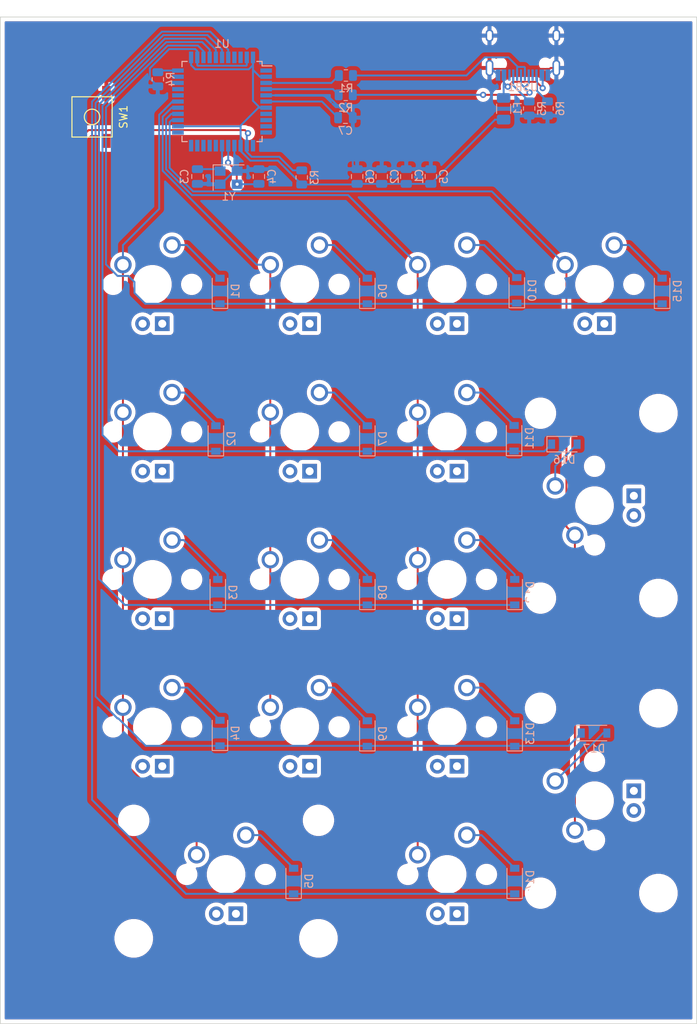
<source format=kicad_pcb>
(kicad_pcb (version 20171130) (host pcbnew "(5.1.9)-1")
  (layers (0 F.Cu signal) (31 B.Cu signal) (34 B.Paste user) (35 F.Paste user) (36 B.SilkS user) (37 F.SilkS user) (38 B.Mask user) (39 F.Mask user) (44 Edge.Cuts user))
  (net 0 "")
  (net 1 GND)
  (net 2 +5V)
  (net 3 "Net-(C3-Pad1)")
  (net 4 "Net-(C4-Pad1)")
  (net 5 "Net-(C7-Pad1)")
  (net 6 "Net-(D1-Pad2)")
  (net 7 ROW0)
  (net 8 "Net-(D2-Pad2)")
  (net 9 ROW1)
  (net 10 "Net-(D3-Pad2)")
  (net 11 ROW2)
  (net 12 "Net-(D4-Pad2)")
  (net 13 ROW3)
  (net 14 "Net-(D5-Pad2)")
  (net 15 ROW4)
  (net 16 "Net-(D6-Pad2)")
  (net 17 "Net-(D7-Pad2)")
  (net 18 "Net-(D8-Pad2)")
  (net 19 "Net-(D9-Pad2)")
  (net 20 "Net-(D10-Pad2)")
  (net 21 "Net-(D11-Pad2)")
  (net 22 "Net-(D12-Pad2)")
  (net 23 "Net-(D13-Pad2)")
  (net 24 "Net-(D14-Pad2)")
  (net 25 "Net-(D15-Pad2)")
  (net 26 "Net-(D16-Pad2)")
  (net 27 "Net-(D17-Pad2)")
  (net 28 VCC)
  (net 29 COL0)
  (net 30 COL1)
  (net 31 COL2)
  (net 32 COL3)
  (net 33 D-)
  (net 34 "Net-(R1-Pad1)")
  (net 35 D+)
  (net 36 "Net-(R2-Pad1)")
  (net 37 "Net-(R3-Pad2)")
  (net 38 "Net-(R4-Pad2)")
  (net 39 "Net-(R5-Pad2)")
  (net 40 "Net-(R6-Pad2)")
  (net 41 "Net-(U1-Pad42)")
  (net 42 "Net-(U1-Pad41)")
  (net 43 "Net-(U1-Pad32)")
  (net 44 "Net-(U1-Pad31)")
  (net 45 "Net-(U1-Pad30)")
  (net 46 "Net-(U1-Pad29)")
  (net 47 "Net-(U1-Pad22)")
  (net 48 "Net-(U1-Pad21)")
  (net 49 "Net-(U1-Pad20)")
  (net 50 "Net-(U1-Pad19)")
  (net 51 "Net-(U1-Pad18)")
  (net 52 "Net-(U1-Pad12)")
  (net 53 "Net-(U1-Pad11)")
  (net 54 "Net-(U1-Pad10)")
  (net 55 "Net-(U1-Pad9)")
  (net 56 "Net-(U1-Pad8)")
  (net 57 "Net-(U1-Pad1)")
  (net 58 "Net-(USB1-Pad3)")
  (net 59 "Net-(USB1-Pad9)")
  (module Crystal:Crystal_SMD_3225-4Pin_3.2x2.5mm (layer B.Cu) (at 319.5 0.74375)
    (fp_text reference Y1 (at 0 2.45) (layer B.SilkS) (effects (justify mirror)))
    (fp_text value 16MHz)
    (pad 4 smd rect (at -1.1 0.85) (size 1.4 1.2) (layers B.Cu B.Paste B.Mask) (net 1 GND))
    (pad 3 smd rect (at 1.1 0.85) (size 1.4 1.2) (layers B.Cu B.Paste B.Mask) (net 4 "Net-(C4-Pad1)"))
    (pad 2 smd rect (at 1.1 -0.85) (size 1.4 1.2) (layers B.Cu B.Paste B.Mask) (net 1 GND))
    (pad 1 smd rect (at -1.1 -0.85) (size 1.4 1.2) (layers B.Cu B.Paste B.Mask) (net 3 "Net-(C3-Pad1)"))
  )
  (module Resistor_SMD:R_0805_2012Metric (layer B.Cu) (at 360.71875 -8.1875 90)
    (fp_text reference R6 (at 0 1.65 270) (layer B.SilkS) (effects (justify mirror)))
    (fp_text value 5k1)
    (pad 2 smd roundrect (at 0.9125 0 90) (size 1.025 1.4) (layers B.Cu B.Paste B.Mask) (roundrect_rratio 0.243902) (net 40 "Net-(R6-Pad2)"))
    (pad 1 smd roundrect (at -0.9125 0 90) (size 1.025 1.4) (layers B.Cu B.Paste B.Mask) (roundrect_rratio 0.243902) (net 1 GND))
  )
  (module Resistor_SMD:R_0805_2012Metric (layer B.Cu) (at 358.35 -8.1875 90)
    (fp_text reference R5 (at 0 1.65 270) (layer B.SilkS) (effects (justify mirror)))
    (fp_text value 5k1)
    (pad 2 smd roundrect (at 0.9125 0 90) (size 1.025 1.4) (layers B.Cu B.Paste B.Mask) (roundrect_rratio 0.243902) (net 39 "Net-(R5-Pad2)"))
    (pad 1 smd roundrect (at -0.9125 0 90) (size 1.025 1.4) (layers B.Cu B.Paste B.Mask) (roundrect_rratio 0.243902) (net 1 GND))
  )
  (module Resistor_SMD:R_0805_2012Metric (layer B.Cu) (at 310.35 -11.9625 90)
    (fp_text reference R4 (at 0 1.65 270) (layer B.SilkS) (effects (justify mirror)))
    (fp_text value 10k)
    (pad 2 smd roundrect (at 0.9125 0 90) (size 1.025 1.4) (layers B.Cu B.Paste B.Mask) (roundrect_rratio 0.243902) (net 38 "Net-(R4-Pad2)"))
    (pad 1 smd roundrect (at -0.9125 0 90) (size 1.025 1.4) (layers B.Cu B.Paste B.Mask) (roundrect_rratio 0.243902) (net 1 GND))
  )
  (module Resistor_SMD:R_0805_2012Metric (layer B.Cu) (at 328.95 0.7125 90)
    (fp_text reference R3 (at 0 1.65 270) (layer B.SilkS) (effects (justify mirror)))
    (fp_text value 10k)
    (pad 2 smd roundrect (at 0.9125 0 90) (size 1.025 1.4) (layers B.Cu B.Paste B.Mask) (roundrect_rratio 0.243902) (net 37 "Net-(R3-Pad2)"))
    (pad 1 smd roundrect (at -0.9125 0 90) (size 1.025 1.4) (layers B.Cu B.Paste B.Mask) (roundrect_rratio 0.243902) (net 2 +5V))
  )
  (module Resistor_SMD:R_0805_2012Metric (layer B.Cu) (at 334.6375 -9.95)
    (fp_text reference R2 (at 0 1.65 180) (layer B.SilkS) (effects (justify mirror)))
    (fp_text value 22)
    (pad 2 smd roundrect (at 0.9125 0) (size 1.025 1.4) (layers B.Cu B.Paste B.Mask) (roundrect_rratio 0.243902) (net 35 D+))
    (pad 1 smd roundrect (at -0.9125 0) (size 1.025 1.4) (layers B.Cu B.Paste B.Mask) (roundrect_rratio 0.243902) (net 36 "Net-(R2-Pad1)"))
  )
  (module Resistor_SMD:R_0805_2012Metric (layer B.Cu) (at 334.6625 -12.45)
    (fp_text reference R1 (at 0 1.65 180) (layer B.SilkS) (effects (justify mirror)))
    (fp_text value 22)
    (pad 2 smd roundrect (at 0.9125 0) (size 1.025 1.4) (layers B.Cu B.Paste B.Mask) (roundrect_rratio 0.243902) (net 33 D-))
    (pad 1 smd roundrect (at -0.9125 0) (size 1.025 1.4) (layers B.Cu B.Paste B.Mask) (roundrect_rratio 0.243902) (net 34 "Net-(R1-Pad1)"))
  )
  (module Type-C:HRO-TYPE-C-31-M-12-Assembly (layer B.Cu) (at 357.54375 -20.2)
    (fp_text reference USB1 (at 0 9.25) (layer B.SilkS) (effects (justify mirror)))
    (fp_text value HRO-TYPE-C-31-M-12)
    (pad 12 smd rect (at 3.225 7.695) (size 0.6 1.45) (layers B.Cu B.Paste B.Mask) (net 1 GND))
    (pad 1 smd rect (at -3.225 7.695) (size 0.6 1.45) (layers B.Cu B.Paste B.Mask) (net 1 GND))
    (pad 11 smd rect (at 2.45 7.695) (size 0.6 1.45) (layers B.Cu B.Paste B.Mask) (net 28 VCC))
    (pad 2 smd rect (at -2.45 7.695) (size 0.6 1.45) (layers B.Cu B.Paste B.Mask) (net 28 VCC))
    (pad 3 smd rect (at -1.75 7.695) (size 0.3 1.45) (layers B.Cu B.Paste B.Mask) (net 58 "Net-(USB1-Pad3)"))
    (pad 10 smd rect (at 1.75 7.695) (size 0.3 1.45) (layers B.Cu B.Paste B.Mask) (net 40 "Net-(R6-Pad2)"))
    (pad 4 smd rect (at -1.25 7.695) (size 0.3 1.45) (layers B.Cu B.Paste B.Mask) (net 39 "Net-(R5-Pad2)"))
    (pad 9 smd rect (at 1.25 7.695) (size 0.3 1.45) (layers B.Cu B.Paste B.Mask) (net 59 "Net-(USB1-Pad9)"))
    (pad 5 smd rect (at -0.75 7.695) (size 0.3 1.45) (layers B.Cu B.Paste B.Mask) (net 33 D-))
    (pad 8 smd rect (at 0.75 7.695) (size 0.3 1.45) (layers B.Cu B.Paste B.Mask) (net 35 D+))
    (pad 7 smd rect (at 0.25 7.695) (size 0.3 1.45) (layers B.Cu B.Paste B.Mask) (net 33 D-))
    (pad 6 smd rect (at -0.25 7.695) (size 0.3 1.45) (layers B.Cu B.Paste B.Mask) (net 35 D+))
    (pad "" np_thru_hole circle (at 2.89 6.25) (size 0.65 0.65) (drill 0.65) (layers *.Cu *.Mask))
    (pad "" np_thru_hole circle (at -2.89 6.25) (size 0.65 0.65) (drill 0.65) (layers *.Cu *.Mask))
    (pad 13 thru_hole oval (at -4.32 6.78) (size 1 2.1) (drill oval 0.6 1.7) (layers *.Cu *.Mask) (net 1 GND))
    (pad 13 thru_hole oval (at 4.32 6.78) (size 1 2.1) (drill oval 0.6 1.7) (layers *.Cu *.Mask) (net 1 GND))
    (pad 13 thru_hole oval (at -4.32 2.6) (size 1 1.6) (drill oval 0.6 1.2) (layers *.Cu *.Mask) (net 1 GND))
    (pad 13 thru_hole oval (at 4.32 2.6) (size 1 1.6) (drill oval 0.6 1.2) (layers *.Cu *.Mask) (net 1 GND))
  )
  (module Package_QFP:TQFP-44_10x10mm_P0.8mm (layer B.Cu) (at 318.65 -9.0875 180)
    (fp_text reference U1 (at 0 7.45) (layer B.SilkS) (effects (justify mirror)))
    (fp_text value ATmega16U4-AU)
    (pad 44 smd rect (at -4 5.7 90) (size 1.5 0.55) (layers B.Cu B.Paste B.Mask) (net 2 +5V))
    (pad 43 smd rect (at -3.2 5.7 90) (size 1.5 0.55) (layers B.Cu B.Paste B.Mask) (net 1 GND))
    (pad 42 smd rect (at -2.4 5.7 90) (size 1.5 0.55) (layers B.Cu B.Paste B.Mask) (net 41 "Net-(U1-Pad42)"))
    (pad 41 smd rect (at -1.6 5.7 90) (size 1.5 0.55) (layers B.Cu B.Paste B.Mask) (net 42 "Net-(U1-Pad41)"))
    (pad 40 smd rect (at -0.8 5.7 90) (size 1.5 0.55) (layers B.Cu B.Paste B.Mask) (net 15 ROW4))
    (pad 39 smd rect (at 0 5.7 90) (size 1.5 0.55) (layers B.Cu B.Paste B.Mask) (net 13 ROW3))
    (pad 38 smd rect (at 0.8 5.7 90) (size 1.5 0.55) (layers B.Cu B.Paste B.Mask) (net 11 ROW2))
    (pad 37 smd rect (at 1.6 5.7 90) (size 1.5 0.55) (layers B.Cu B.Paste B.Mask) (net 9 ROW1))
    (pad 36 smd rect (at 2.4 5.7 90) (size 1.5 0.55) (layers B.Cu B.Paste B.Mask) (net 7 ROW0))
    (pad 35 smd rect (at 3.2 5.7 90) (size 1.5 0.55) (layers B.Cu B.Paste B.Mask) (net 1 GND))
    (pad 34 smd rect (at 4 5.7 90) (size 1.5 0.55) (layers B.Cu B.Paste B.Mask) (net 2 +5V))
    (pad 33 smd rect (at 5.7 4 180) (size 1.5 0.55) (layers B.Cu B.Paste B.Mask) (net 38 "Net-(R4-Pad2)"))
    (pad 32 smd rect (at 5.7 3.2 180) (size 1.5 0.55) (layers B.Cu B.Paste B.Mask) (net 43 "Net-(U1-Pad32)"))
    (pad 31 smd rect (at 5.7 2.4 180) (size 1.5 0.55) (layers B.Cu B.Paste B.Mask) (net 44 "Net-(U1-Pad31)"))
    (pad 30 smd rect (at 5.7 1.6 180) (size 1.5 0.55) (layers B.Cu B.Paste B.Mask) (net 45 "Net-(U1-Pad30)"))
    (pad 29 smd rect (at 5.7 0.8 180) (size 1.5 0.55) (layers B.Cu B.Paste B.Mask) (net 46 "Net-(U1-Pad29)"))
    (pad 28 smd rect (at 5.7 0 180) (size 1.5 0.55) (layers B.Cu B.Paste B.Mask) (net 29 COL0))
    (pad 27 smd rect (at 5.7 -0.8 180) (size 1.5 0.55) (layers B.Cu B.Paste B.Mask) (net 30 COL1))
    (pad 26 smd rect (at 5.7 -1.6 180) (size 1.5 0.55) (layers B.Cu B.Paste B.Mask) (net 31 COL2))
    (pad 25 smd rect (at 5.7 -2.4 180) (size 1.5 0.55) (layers B.Cu B.Paste B.Mask) (net 32 COL3))
    (pad 24 smd rect (at 5.7 -3.2 180) (size 1.5 0.55) (layers B.Cu B.Paste B.Mask) (net 2 +5V))
    (pad 23 smd rect (at 5.7 -4 180) (size 1.5 0.55) (layers B.Cu B.Paste B.Mask) (net 1 GND))
    (pad 22 smd rect (at 4 -5.7 90) (size 1.5 0.55) (layers B.Cu B.Paste B.Mask) (net 47 "Net-(U1-Pad22)"))
    (pad 21 smd rect (at 3.2 -5.7 90) (size 1.5 0.55) (layers B.Cu B.Paste B.Mask) (net 48 "Net-(U1-Pad21)"))
    (pad 20 smd rect (at 2.4 -5.7 90) (size 1.5 0.55) (layers B.Cu B.Paste B.Mask) (net 49 "Net-(U1-Pad20)"))
    (pad 19 smd rect (at 1.6 -5.7 90) (size 1.5 0.55) (layers B.Cu B.Paste B.Mask) (net 50 "Net-(U1-Pad19)"))
    (pad 18 smd rect (at 0.8 -5.7 90) (size 1.5 0.55) (layers B.Cu B.Paste B.Mask) (net 51 "Net-(U1-Pad18)"))
    (pad 17 smd rect (at 0 -5.7 90) (size 1.5 0.55) (layers B.Cu B.Paste B.Mask) (net 3 "Net-(C3-Pad1)"))
    (pad 16 smd rect (at -0.8 -5.7 90) (size 1.5 0.55) (layers B.Cu B.Paste B.Mask) (net 4 "Net-(C4-Pad1)"))
    (pad 15 smd rect (at -1.6 -5.7 90) (size 1.5 0.55) (layers B.Cu B.Paste B.Mask) (net 1 GND))
    (pad 14 smd rect (at -2.4 -5.7 90) (size 1.5 0.55) (layers B.Cu B.Paste B.Mask) (net 2 +5V))
    (pad 13 smd rect (at -3.2 -5.7 90) (size 1.5 0.55) (layers B.Cu B.Paste B.Mask) (net 37 "Net-(R3-Pad2)"))
    (pad 12 smd rect (at -4 -5.7 90) (size 1.5 0.55) (layers B.Cu B.Paste B.Mask) (net 52 "Net-(U1-Pad12)"))
    (pad 11 smd rect (at -5.7 -4 180) (size 1.5 0.55) (layers B.Cu B.Paste B.Mask) (net 53 "Net-(U1-Pad11)"))
    (pad 10 smd rect (at -5.7 -3.2 180) (size 1.5 0.55) (layers B.Cu B.Paste B.Mask) (net 54 "Net-(U1-Pad10)"))
    (pad 9 smd rect (at -5.7 -2.4 180) (size 1.5 0.55) (layers B.Cu B.Paste B.Mask) (net 55 "Net-(U1-Pad9)"))
    (pad 8 smd rect (at -5.7 -1.6 180) (size 1.5 0.55) (layers B.Cu B.Paste B.Mask) (net 56 "Net-(U1-Pad8)"))
    (pad 7 smd rect (at -5.7 -0.8 180) (size 1.5 0.55) (layers B.Cu B.Paste B.Mask) (net 2 +5V))
    (pad 6 smd rect (at -5.7 0 180) (size 1.5 0.55) (layers B.Cu B.Paste B.Mask) (net 5 "Net-(C7-Pad1)"))
    (pad 5 smd rect (at -5.7 0.8 180) (size 1.5 0.55) (layers B.Cu B.Paste B.Mask) (net 1 GND))
    (pad 4 smd rect (at -5.7 1.6 180) (size 1.5 0.55) (layers B.Cu B.Paste B.Mask) (net 36 "Net-(R2-Pad1)"))
    (pad 3 smd rect (at -5.7 2.4 180) (size 1.5 0.55) (layers B.Cu B.Paste B.Mask) (net 34 "Net-(R1-Pad1)"))
    (pad 2 smd rect (at -5.7 3.2 180) (size 1.5 0.55) (layers B.Cu B.Paste B.Mask) (net 2 +5V))
    (pad 1 smd rect (at -5.7 4 180) (size 1.5 0.55) (layers B.Cu B.Paste B.Mask) (net 57 "Net-(U1-Pad1)"))
  )
  (module random-keyboard-parts:SKQG-1155865 (layer F.Cu) (at 301.85 -7.1 90)
    (fp_text reference SW1 (at 0 4.064 90) (layer F.SilkS))
    (fp_text value SW_Push)
    (pad 4 smd rect (at -3.1 1.85 90) (size 1.8 1.1) (layers F.Cu F.Paste F.Mask))
    (pad 3 smd rect (at 3.1 -1.85 90) (size 1.8 1.1) (layers F.Cu F.Paste F.Mask))
    (pad 2 smd rect (at -3.1 -1.85 90) (size 1.8 1.1) (layers F.Cu F.Paste F.Mask) (net 37 "Net-(R3-Pad2)"))
    (pad 1 smd rect (at 3.1 1.85 90) (size 1.8 1.1) (layers F.Cu F.Paste F.Mask) (net 1 GND))
  )
  (module MX_Only:MXOnly-2U (layer F.Cu) (at 366.8 81.2 90)
    (fp_text reference MX17)
    (fp_text value MX-NoLED)
    (pad "" np_thru_hole circle (at 11.938 8.255 90) (size 3.9878 3.9878) (drill 3.9878) (layers *.Cu *.Mask))
    (pad "" np_thru_hole circle (at -11.938 8.255 90) (size 3.9878 3.9878) (drill 3.9878) (layers *.Cu *.Mask))
    (pad "" np_thru_hole circle (at 11.938 -6.985 90) (size 3.048 3.048) (drill 3.048) (layers *.Cu *.Mask))
    (pad "" np_thru_hole circle (at -11.938 -6.985 90) (size 3.048 3.048) (drill 3.048) (layers *.Cu *.Mask))
    (pad "" np_thru_hole circle (at 5.08 0 138.0996) (size 1.75 1.75) (drill 1.75) (layers *.Cu *.Mask))
    (pad "" np_thru_hole circle (at -5.08 0 138.0996) (size 1.75 1.75) (drill 1.75) (layers *.Cu *.Mask))
    (pad 4 thru_hole rect (at 1.27 5.08 90) (size 1.905 1.905) (drill 1.04) (layers *.Cu B.Mask))
    (pad 3 thru_hole circle (at -1.27 5.08 90) (size 1.905 1.905) (drill 1.04) (layers *.Cu B.Mask))
    (pad 1 thru_hole circle (at -3.81 -2.54 90) (size 2.25 2.25) (drill 1.47) (layers *.Cu B.Mask) (net 32 COL3))
    (pad "" np_thru_hole circle (at 0 0 90) (size 3.9878 3.9878) (drill 3.9878) (layers *.Cu *.Mask))
    (pad 2 thru_hole circle (at 2.54 -5.08 90) (size 2.25 2.25) (drill 1.47) (layers *.Cu B.Mask) (net 27 "Net-(D17-Pad2)"))
  )
  (module MX_Only:MXOnly-2U (layer F.Cu) (at 366.8 43.1 90)
    (fp_text reference MX16)
    (fp_text value MX-NoLED)
    (pad "" np_thru_hole circle (at 11.938 8.255 90) (size 3.9878 3.9878) (drill 3.9878) (layers *.Cu *.Mask))
    (pad "" np_thru_hole circle (at -11.938 8.255 90) (size 3.9878 3.9878) (drill 3.9878) (layers *.Cu *.Mask))
    (pad "" np_thru_hole circle (at 11.938 -6.985 90) (size 3.048 3.048) (drill 3.048) (layers *.Cu *.Mask))
    (pad "" np_thru_hole circle (at -11.938 -6.985 90) (size 3.048 3.048) (drill 3.048) (layers *.Cu *.Mask))
    (pad "" np_thru_hole circle (at 5.08 0 138.0996) (size 1.75 1.75) (drill 1.75) (layers *.Cu *.Mask))
    (pad "" np_thru_hole circle (at -5.08 0 138.0996) (size 1.75 1.75) (drill 1.75) (layers *.Cu *.Mask))
    (pad 4 thru_hole rect (at 1.27 5.08 90) (size 1.905 1.905) (drill 1.04) (layers *.Cu B.Mask))
    (pad 3 thru_hole circle (at -1.27 5.08 90) (size 1.905 1.905) (drill 1.04) (layers *.Cu B.Mask))
    (pad 1 thru_hole circle (at -3.81 -2.54 90) (size 2.25 2.25) (drill 1.47) (layers *.Cu B.Mask) (net 32 COL3))
    (pad "" np_thru_hole circle (at 0 0 90) (size 3.9878 3.9878) (drill 3.9878) (layers *.Cu *.Mask))
    (pad 2 thru_hole circle (at 2.54 -5.08 90) (size 2.25 2.25) (drill 1.47) (layers *.Cu B.Mask) (net 26 "Net-(D16-Pad2)"))
  )
  (module MX_Only:MXOnly-1U (layer F.Cu) (at 366.8 14.525)
    (fp_text reference MX15)
    (fp_text value MX-NoLED)
    (pad "" np_thru_hole circle (at 5.08 0 48.0996) (size 1.75 1.75) (drill 1.75) (layers *.Cu *.Mask))
    (pad "" np_thru_hole circle (at -5.08 0 48.0996) (size 1.75 1.75) (drill 1.75) (layers *.Cu *.Mask))
    (pad 4 thru_hole rect (at 1.27 5.08) (size 1.905 1.905) (drill 1.04) (layers *.Cu B.Mask))
    (pad 3 thru_hole circle (at -1.27 5.08) (size 1.905 1.905) (drill 1.04) (layers *.Cu B.Mask))
    (pad 1 thru_hole circle (at -3.81 -2.54) (size 2.25 2.25) (drill 1.47) (layers *.Cu B.Mask) (net 32 COL3))
    (pad "" np_thru_hole circle (at 0 0) (size 3.9878 3.9878) (drill 3.9878) (layers *.Cu *.Mask))
    (pad 2 thru_hole circle (at 2.54 -5.08) (size 2.25 2.25) (drill 1.47) (layers *.Cu B.Mask) (net 25 "Net-(D15-Pad2)"))
  )
  (module MX_Only:MXOnly-1U (layer F.Cu) (at 347.75 90.725)
    (fp_text reference MX14)
    (fp_text value MX-NoLED)
    (pad "" np_thru_hole circle (at 5.08 0 48.0996) (size 1.75 1.75) (drill 1.75) (layers *.Cu *.Mask))
    (pad "" np_thru_hole circle (at -5.08 0 48.0996) (size 1.75 1.75) (drill 1.75) (layers *.Cu *.Mask))
    (pad 4 thru_hole rect (at 1.27 5.08) (size 1.905 1.905) (drill 1.04) (layers *.Cu B.Mask))
    (pad 3 thru_hole circle (at -1.27 5.08) (size 1.905 1.905) (drill 1.04) (layers *.Cu B.Mask))
    (pad 1 thru_hole circle (at -3.81 -2.54) (size 2.25 2.25) (drill 1.47) (layers *.Cu B.Mask) (net 31 COL2))
    (pad "" np_thru_hole circle (at 0 0) (size 3.9878 3.9878) (drill 3.9878) (layers *.Cu *.Mask))
    (pad 2 thru_hole circle (at 2.54 -5.08) (size 2.25 2.25) (drill 1.47) (layers *.Cu B.Mask) (net 24 "Net-(D14-Pad2)"))
  )
  (module MX_Only:MXOnly-1U (layer F.Cu) (at 347.75 71.675)
    (fp_text reference MX13)
    (fp_text value MX-NoLED)
    (pad "" np_thru_hole circle (at 5.08 0 48.0996) (size 1.75 1.75) (drill 1.75) (layers *.Cu *.Mask))
    (pad "" np_thru_hole circle (at -5.08 0 48.0996) (size 1.75 1.75) (drill 1.75) (layers *.Cu *.Mask))
    (pad 4 thru_hole rect (at 1.27 5.08) (size 1.905 1.905) (drill 1.04) (layers *.Cu B.Mask))
    (pad 3 thru_hole circle (at -1.27 5.08) (size 1.905 1.905) (drill 1.04) (layers *.Cu B.Mask))
    (pad 1 thru_hole circle (at -3.81 -2.54) (size 2.25 2.25) (drill 1.47) (layers *.Cu B.Mask) (net 31 COL2))
    (pad "" np_thru_hole circle (at 0 0) (size 3.9878 3.9878) (drill 3.9878) (layers *.Cu *.Mask))
    (pad 2 thru_hole circle (at 2.54 -5.08) (size 2.25 2.25) (drill 1.47) (layers *.Cu B.Mask) (net 23 "Net-(D13-Pad2)"))
  )
  (module MX_Only:MXOnly-1U (layer F.Cu) (at 347.75 52.625)
    (fp_text reference MX12)
    (fp_text value MX-NoLED)
    (pad "" np_thru_hole circle (at 5.08 0 48.0996) (size 1.75 1.75) (drill 1.75) (layers *.Cu *.Mask))
    (pad "" np_thru_hole circle (at -5.08 0 48.0996) (size 1.75 1.75) (drill 1.75) (layers *.Cu *.Mask))
    (pad 4 thru_hole rect (at 1.27 5.08) (size 1.905 1.905) (drill 1.04) (layers *.Cu B.Mask))
    (pad 3 thru_hole circle (at -1.27 5.08) (size 1.905 1.905) (drill 1.04) (layers *.Cu B.Mask))
    (pad 1 thru_hole circle (at -3.81 -2.54) (size 2.25 2.25) (drill 1.47) (layers *.Cu B.Mask) (net 31 COL2))
    (pad "" np_thru_hole circle (at 0 0) (size 3.9878 3.9878) (drill 3.9878) (layers *.Cu *.Mask))
    (pad 2 thru_hole circle (at 2.54 -5.08) (size 2.25 2.25) (drill 1.47) (layers *.Cu B.Mask) (net 22 "Net-(D12-Pad2)"))
  )
  (module MX_Only:MXOnly-1U (layer F.Cu) (at 347.75 33.575)
    (fp_text reference MX11)
    (fp_text value MX-NoLED)
    (pad "" np_thru_hole circle (at 5.08 0 48.0996) (size 1.75 1.75) (drill 1.75) (layers *.Cu *.Mask))
    (pad "" np_thru_hole circle (at -5.08 0 48.0996) (size 1.75 1.75) (drill 1.75) (layers *.Cu *.Mask))
    (pad 4 thru_hole rect (at 1.27 5.08) (size 1.905 1.905) (drill 1.04) (layers *.Cu B.Mask))
    (pad 3 thru_hole circle (at -1.27 5.08) (size 1.905 1.905) (drill 1.04) (layers *.Cu B.Mask))
    (pad 1 thru_hole circle (at -3.81 -2.54) (size 2.25 2.25) (drill 1.47) (layers *.Cu B.Mask) (net 31 COL2))
    (pad "" np_thru_hole circle (at 0 0) (size 3.9878 3.9878) (drill 3.9878) (layers *.Cu *.Mask))
    (pad 2 thru_hole circle (at 2.54 -5.08) (size 2.25 2.25) (drill 1.47) (layers *.Cu B.Mask) (net 21 "Net-(D11-Pad2)"))
  )
  (module MX_Only:MXOnly-1U (layer F.Cu) (at 347.75 14.525)
    (fp_text reference MX10)
    (fp_text value MX-NoLED)
    (pad "" np_thru_hole circle (at 5.08 0 48.0996) (size 1.75 1.75) (drill 1.75) (layers *.Cu *.Mask))
    (pad "" np_thru_hole circle (at -5.08 0 48.0996) (size 1.75 1.75) (drill 1.75) (layers *.Cu *.Mask))
    (pad 4 thru_hole rect (at 1.27 5.08) (size 1.905 1.905) (drill 1.04) (layers *.Cu B.Mask))
    (pad 3 thru_hole circle (at -1.27 5.08) (size 1.905 1.905) (drill 1.04) (layers *.Cu B.Mask))
    (pad 1 thru_hole circle (at -3.81 -2.54) (size 2.25 2.25) (drill 1.47) (layers *.Cu B.Mask) (net 31 COL2))
    (pad "" np_thru_hole circle (at 0 0) (size 3.9878 3.9878) (drill 3.9878) (layers *.Cu *.Mask))
    (pad 2 thru_hole circle (at 2.54 -5.08) (size 2.25 2.25) (drill 1.47) (layers *.Cu B.Mask) (net 20 "Net-(D10-Pad2)"))
  )
  (module MX_Only:MXOnly-1U (layer F.Cu) (at 328.7 71.675)
    (fp_text reference MX9)
    (fp_text value MX-NoLED)
    (pad "" np_thru_hole circle (at 5.08 0 48.0996) (size 1.75 1.75) (drill 1.75) (layers *.Cu *.Mask))
    (pad "" np_thru_hole circle (at -5.08 0 48.0996) (size 1.75 1.75) (drill 1.75) (layers *.Cu *.Mask))
    (pad 4 thru_hole rect (at 1.27 5.08) (size 1.905 1.905) (drill 1.04) (layers *.Cu B.Mask))
    (pad 3 thru_hole circle (at -1.27 5.08) (size 1.905 1.905) (drill 1.04) (layers *.Cu B.Mask))
    (pad 1 thru_hole circle (at -3.81 -2.54) (size 2.25 2.25) (drill 1.47) (layers *.Cu B.Mask) (net 30 COL1))
    (pad "" np_thru_hole circle (at 0 0) (size 3.9878 3.9878) (drill 3.9878) (layers *.Cu *.Mask))
    (pad 2 thru_hole circle (at 2.54 -5.08) (size 2.25 2.25) (drill 1.47) (layers *.Cu B.Mask) (net 19 "Net-(D9-Pad2)"))
  )
  (module MX_Only:MXOnly-1U (layer F.Cu) (at 328.7 52.625)
    (fp_text reference MX8)
    (fp_text value MX-NoLED)
    (pad "" np_thru_hole circle (at 5.08 0 48.0996) (size 1.75 1.75) (drill 1.75) (layers *.Cu *.Mask))
    (pad "" np_thru_hole circle (at -5.08 0 48.0996) (size 1.75 1.75) (drill 1.75) (layers *.Cu *.Mask))
    (pad 4 thru_hole rect (at 1.27 5.08) (size 1.905 1.905) (drill 1.04) (layers *.Cu B.Mask))
    (pad 3 thru_hole circle (at -1.27 5.08) (size 1.905 1.905) (drill 1.04) (layers *.Cu B.Mask))
    (pad 1 thru_hole circle (at -3.81 -2.54) (size 2.25 2.25) (drill 1.47) (layers *.Cu B.Mask) (net 30 COL1))
    (pad "" np_thru_hole circle (at 0 0) (size 3.9878 3.9878) (drill 3.9878) (layers *.Cu *.Mask))
    (pad 2 thru_hole circle (at 2.54 -5.08) (size 2.25 2.25) (drill 1.47) (layers *.Cu B.Mask) (net 18 "Net-(D8-Pad2)"))
  )
  (module MX_Only:MXOnly-1U (layer F.Cu) (at 328.7 33.575)
    (fp_text reference MX7)
    (fp_text value MX-NoLED)
    (pad "" np_thru_hole circle (at 5.08 0 48.0996) (size 1.75 1.75) (drill 1.75) (layers *.Cu *.Mask))
    (pad "" np_thru_hole circle (at -5.08 0 48.0996) (size 1.75 1.75) (drill 1.75) (layers *.Cu *.Mask))
    (pad 4 thru_hole rect (at 1.27 5.08) (size 1.905 1.905) (drill 1.04) (layers *.Cu B.Mask))
    (pad 3 thru_hole circle (at -1.27 5.08) (size 1.905 1.905) (drill 1.04) (layers *.Cu B.Mask))
    (pad 1 thru_hole circle (at -3.81 -2.54) (size 2.25 2.25) (drill 1.47) (layers *.Cu B.Mask) (net 30 COL1))
    (pad "" np_thru_hole circle (at 0 0) (size 3.9878 3.9878) (drill 3.9878) (layers *.Cu *.Mask))
    (pad 2 thru_hole circle (at 2.54 -5.08) (size 2.25 2.25) (drill 1.47) (layers *.Cu B.Mask) (net 17 "Net-(D7-Pad2)"))
  )
  (module MX_Only:MXOnly-1U (layer F.Cu) (at 328.7 14.525)
    (fp_text reference MX6)
    (fp_text value MX-NoLED)
    (pad "" np_thru_hole circle (at 5.08 0 48.0996) (size 1.75 1.75) (drill 1.75) (layers *.Cu *.Mask))
    (pad "" np_thru_hole circle (at -5.08 0 48.0996) (size 1.75 1.75) (drill 1.75) (layers *.Cu *.Mask))
    (pad 4 thru_hole rect (at 1.27 5.08) (size 1.905 1.905) (drill 1.04) (layers *.Cu B.Mask))
    (pad 3 thru_hole circle (at -1.27 5.08) (size 1.905 1.905) (drill 1.04) (layers *.Cu B.Mask))
    (pad 1 thru_hole circle (at -3.81 -2.54) (size 2.25 2.25) (drill 1.47) (layers *.Cu B.Mask) (net 30 COL1))
    (pad "" np_thru_hole circle (at 0 0) (size 3.9878 3.9878) (drill 3.9878) (layers *.Cu *.Mask))
    (pad 2 thru_hole circle (at 2.54 -5.08) (size 2.25 2.25) (drill 1.47) (layers *.Cu B.Mask) (net 16 "Net-(D6-Pad2)"))
  )
  (module MX_Only:MXOnly-2U (layer F.Cu) (at 319.175 90.725)
    (fp_text reference MX5)
    (fp_text value MX-NoLED)
    (pad "" np_thru_hole circle (at 11.938 8.255) (size 3.9878 3.9878) (drill 3.9878) (layers *.Cu *.Mask))
    (pad "" np_thru_hole circle (at -11.938 8.255) (size 3.9878 3.9878) (drill 3.9878) (layers *.Cu *.Mask))
    (pad "" np_thru_hole circle (at 11.938 -6.985) (size 3.048 3.048) (drill 3.048) (layers *.Cu *.Mask))
    (pad "" np_thru_hole circle (at -11.938 -6.985) (size 3.048 3.048) (drill 3.048) (layers *.Cu *.Mask))
    (pad "" np_thru_hole circle (at 5.08 0 48.0996) (size 1.75 1.75) (drill 1.75) (layers *.Cu *.Mask))
    (pad "" np_thru_hole circle (at -5.08 0 48.0996) (size 1.75 1.75) (drill 1.75) (layers *.Cu *.Mask))
    (pad 4 thru_hole rect (at 1.27 5.08) (size 1.905 1.905) (drill 1.04) (layers *.Cu B.Mask))
    (pad 3 thru_hole circle (at -1.27 5.08) (size 1.905 1.905) (drill 1.04) (layers *.Cu B.Mask))
    (pad 1 thru_hole circle (at -3.81 -2.54) (size 2.25 2.25) (drill 1.47) (layers *.Cu B.Mask) (net 29 COL0))
    (pad "" np_thru_hole circle (at 0 0) (size 3.9878 3.9878) (drill 3.9878) (layers *.Cu *.Mask))
    (pad 2 thru_hole circle (at 2.54 -5.08) (size 2.25 2.25) (drill 1.47) (layers *.Cu B.Mask) (net 14 "Net-(D5-Pad2)"))
  )
  (module MX_Only:MXOnly-1U (layer F.Cu) (at 309.65 71.675)
    (fp_text reference MX4)
    (fp_text value MX-NoLED)
    (pad "" np_thru_hole circle (at 5.08 0 48.0996) (size 1.75 1.75) (drill 1.75) (layers *.Cu *.Mask))
    (pad "" np_thru_hole circle (at -5.08 0 48.0996) (size 1.75 1.75) (drill 1.75) (layers *.Cu *.Mask))
    (pad 4 thru_hole rect (at 1.27 5.08) (size 1.905 1.905) (drill 1.04) (layers *.Cu B.Mask))
    (pad 3 thru_hole circle (at -1.27 5.08) (size 1.905 1.905) (drill 1.04) (layers *.Cu B.Mask))
    (pad 1 thru_hole circle (at -3.81 -2.54) (size 2.25 2.25) (drill 1.47) (layers *.Cu B.Mask) (net 29 COL0))
    (pad "" np_thru_hole circle (at 0 0) (size 3.9878 3.9878) (drill 3.9878) (layers *.Cu *.Mask))
    (pad 2 thru_hole circle (at 2.54 -5.08) (size 2.25 2.25) (drill 1.47) (layers *.Cu B.Mask) (net 12 "Net-(D4-Pad2)"))
  )
  (module MX_Only:MXOnly-1U (layer F.Cu) (at 309.65 52.625)
    (fp_text reference MX3)
    (fp_text value MX-NoLED)
    (pad "" np_thru_hole circle (at 5.08 0 48.0996) (size 1.75 1.75) (drill 1.75) (layers *.Cu *.Mask))
    (pad "" np_thru_hole circle (at -5.08 0 48.0996) (size 1.75 1.75) (drill 1.75) (layers *.Cu *.Mask))
    (pad 4 thru_hole rect (at 1.27 5.08) (size 1.905 1.905) (drill 1.04) (layers *.Cu B.Mask))
    (pad 3 thru_hole circle (at -1.27 5.08) (size 1.905 1.905) (drill 1.04) (layers *.Cu B.Mask))
    (pad 1 thru_hole circle (at -3.81 -2.54) (size 2.25 2.25) (drill 1.47) (layers *.Cu B.Mask) (net 29 COL0))
    (pad "" np_thru_hole circle (at 0 0) (size 3.9878 3.9878) (drill 3.9878) (layers *.Cu *.Mask))
    (pad 2 thru_hole circle (at 2.54 -5.08) (size 2.25 2.25) (drill 1.47) (layers *.Cu B.Mask) (net 10 "Net-(D3-Pad2)"))
  )
  (module MX_Only:MXOnly-1U (layer F.Cu) (at 309.65 33.575)
    (fp_text reference MX2)
    (fp_text value MX-NoLED)
    (pad "" np_thru_hole circle (at 5.08 0 48.0996) (size 1.75 1.75) (drill 1.75) (layers *.Cu *.Mask))
    (pad "" np_thru_hole circle (at -5.08 0 48.0996) (size 1.75 1.75) (drill 1.75) (layers *.Cu *.Mask))
    (pad 4 thru_hole rect (at 1.27 5.08) (size 1.905 1.905) (drill 1.04) (layers *.Cu B.Mask))
    (pad 3 thru_hole circle (at -1.27 5.08) (size 1.905 1.905) (drill 1.04) (layers *.Cu B.Mask))
    (pad 1 thru_hole circle (at -3.81 -2.54) (size 2.25 2.25) (drill 1.47) (layers *.Cu B.Mask) (net 29 COL0))
    (pad "" np_thru_hole circle (at 0 0) (size 3.9878 3.9878) (drill 3.9878) (layers *.Cu *.Mask))
    (pad 2 thru_hole circle (at 2.54 -5.08) (size 2.25 2.25) (drill 1.47) (layers *.Cu B.Mask) (net 8 "Net-(D2-Pad2)"))
  )
  (module MX_Only:MXOnly-1U (layer F.Cu) (at 309.65 14.525)
    (fp_text reference MX1)
    (fp_text value MX-NoLED)
    (pad "" np_thru_hole circle (at 5.08 0 48.0996) (size 1.75 1.75) (drill 1.75) (layers *.Cu *.Mask))
    (pad "" np_thru_hole circle (at -5.08 0 48.0996) (size 1.75 1.75) (drill 1.75) (layers *.Cu *.Mask))
    (pad 4 thru_hole rect (at 1.27 5.08) (size 1.905 1.905) (drill 1.04) (layers *.Cu B.Mask))
    (pad 3 thru_hole circle (at -1.27 5.08) (size 1.905 1.905) (drill 1.04) (layers *.Cu B.Mask))
    (pad 1 thru_hole circle (at -3.81 -2.54) (size 2.25 2.25) (drill 1.47) (layers *.Cu B.Mask) (net 29 COL0))
    (pad "" np_thru_hole circle (at 0 0) (size 3.9878 3.9878) (drill 3.9878) (layers *.Cu *.Mask))
    (pad 2 thru_hole circle (at 2.54 -5.08) (size 2.25 2.25) (drill 1.47) (layers *.Cu B.Mask) (net 6 "Net-(D1-Pad2)"))
  )
  (module Fuse:Fuse_1206_3216Metric (layer B.Cu) (at 355.05 -8.15 90)
    (fp_text reference F1 (at 0 1.82 270) (layer B.SilkS) (effects (justify mirror)))
    (fp_text value 500mA)
    (pad 2 smd roundrect (at 1.4 0 90) (size 1.25 1.75) (layers B.Cu B.Paste B.Mask) (roundrect_rratio 0.2) (net 28 VCC))
    (pad 1 smd roundrect (at -1.4 0 90) (size 1.25 1.75) (layers B.Cu B.Paste B.Mask) (roundrect_rratio 0.2) (net 2 +5V))
  )
  (module Diode_SMD:D_SOD-123 (layer B.Cu) (at 366.7375 72.46875)
    (fp_text reference D17 (at 0 2) (layer B.SilkS) (effects (justify mirror)))
    (fp_text value D_Small)
    (pad 2 smd rect (at 1.65 0) (size 0.9 1.2) (layers B.Cu B.Paste B.Mask) (net 27 "Net-(D17-Pad2)"))
    (pad 1 smd rect (at -1.65 0) (size 0.9 1.2) (layers B.Cu B.Paste B.Mask) (net 13 ROW3))
  )
  (module Diode_SMD:D_SOD-123 (layer B.Cu) (at 362.89375 35.1625)
    (fp_text reference D16 (at 0 2) (layer B.SilkS) (effects (justify mirror)))
    (fp_text value D_Small)
    (pad 2 smd rect (at 1.65 0) (size 0.9 1.2) (layers B.Cu B.Paste B.Mask) (net 26 "Net-(D16-Pad2)"))
    (pad 1 smd rect (at -1.65 0) (size 0.9 1.2) (layers B.Cu B.Paste B.Mask) (net 9 ROW1))
  )
  (module Diode_SMD:D_SOD-123 (layer B.Cu) (at 375.53125 15.38125 90)
    (fp_text reference D15 (at 0 2 270) (layer B.SilkS) (effects (justify mirror)))
    (fp_text value D_Small)
    (pad 2 smd rect (at 1.65 0 90) (size 0.9 1.2) (layers B.Cu B.Paste B.Mask) (net 25 "Net-(D15-Pad2)"))
    (pad 1 smd rect (at -1.65 0 90) (size 0.9 1.2) (layers B.Cu B.Paste B.Mask) (net 7 ROW0))
  )
  (module Diode_SMD:D_SOD-123 (layer B.Cu) (at 356.48125 91.58125 90)
    (fp_text reference D14 (at 0 2 90) (layer B.SilkS) (effects (justify mirror)))
    (fp_text value D_Small)
    (pad 2 smd rect (at 1.65 0 90) (size 0.9 1.2) (layers B.Cu B.Paste B.Mask) (net 24 "Net-(D14-Pad2)"))
    (pad 1 smd rect (at -1.65 0 90) (size 0.9 1.2) (layers B.Cu B.Paste B.Mask) (net 15 ROW4))
  )
  (module Diode_SMD:D_SOD-123 (layer B.Cu) (at 356.48125 72.53125 90)
    (fp_text reference D13 (at 0 2 90) (layer B.SilkS) (effects (justify mirror)))
    (fp_text value D_Small)
    (pad 2 smd rect (at 1.65 0 90) (size 0.9 1.2) (layers B.Cu B.Paste B.Mask) (net 23 "Net-(D13-Pad2)"))
    (pad 1 smd rect (at -1.65 0 90) (size 0.9 1.2) (layers B.Cu B.Paste B.Mask) (net 13 ROW3))
  )
  (module Diode_SMD:D_SOD-123 (layer B.Cu) (at 356.48125 54.275 90)
    (fp_text reference D12 (at 0 2 90) (layer B.SilkS) (effects (justify mirror)))
    (fp_text value D_Small)
    (pad 2 smd rect (at 1.65 0 90) (size 0.9 1.2) (layers B.Cu B.Paste B.Mask) (net 22 "Net-(D12-Pad2)"))
    (pad 1 smd rect (at -1.65 0 90) (size 0.9 1.2) (layers B.Cu B.Paste B.Mask) (net 11 ROW2))
  )
  (module Diode_SMD:D_SOD-123 (layer B.Cu) (at 356.4 34.4 90)
    (fp_text reference D11 (at 0 2 90) (layer B.SilkS) (effects (justify mirror)))
    (fp_text value D_Small)
    (pad 2 smd rect (at 1.65 0 90) (size 0.9 1.2) (layers B.Cu B.Paste B.Mask) (net 21 "Net-(D11-Pad2)"))
    (pad 1 smd rect (at -1.65 0 90) (size 0.9 1.2) (layers B.Cu B.Paste B.Mask) (net 9 ROW1))
  )
  (module Diode_SMD:D_SOD-123 (layer B.Cu) (at 356.75 15.3 90)
    (fp_text reference D10 (at 0 2 270) (layer B.SilkS) (effects (justify mirror)))
    (fp_text value D_Small)
    (pad 2 smd rect (at 1.65 0 90) (size 0.9 1.2) (layers B.Cu B.Paste B.Mask) (net 20 "Net-(D10-Pad2)"))
    (pad 1 smd rect (at -1.65 0 90) (size 0.9 1.2) (layers B.Cu B.Paste B.Mask) (net 7 ROW0))
  )
  (module Diode_SMD:D_SOD-123 (layer B.Cu) (at 337.43125 72.53125 90)
    (fp_text reference D9 (at 0 2 90) (layer B.SilkS) (effects (justify mirror)))
    (fp_text value D_Small)
    (pad 2 smd rect (at 1.65 0 90) (size 0.9 1.2) (layers B.Cu B.Paste B.Mask) (net 19 "Net-(D9-Pad2)"))
    (pad 1 smd rect (at -1.65 0 90) (size 0.9 1.2) (layers B.Cu B.Paste B.Mask) (net 13 ROW3))
  )
  (module Diode_SMD:D_SOD-123 (layer B.Cu) (at 337.43125 54.275 90)
    (fp_text reference D8 (at 0 2 270) (layer B.SilkS) (effects (justify mirror)))
    (fp_text value D_Small)
    (pad 2 smd rect (at 1.65 0 90) (size 0.9 1.2) (layers B.Cu B.Paste B.Mask) (net 18 "Net-(D8-Pad2)"))
    (pad 1 smd rect (at -1.65 0 90) (size 0.9 1.2) (layers B.Cu B.Paste B.Mask) (net 11 ROW2))
  )
  (module Diode_SMD:D_SOD-123 (layer B.Cu) (at 337.43125 34.43125 90)
    (fp_text reference D7 (at 0 2 270) (layer B.SilkS) (effects (justify mirror)))
    (fp_text value D_Small)
    (pad 2 smd rect (at 1.65 0 90) (size 0.9 1.2) (layers B.Cu B.Paste B.Mask) (net 17 "Net-(D7-Pad2)"))
    (pad 1 smd rect (at -1.65 0 90) (size 0.9 1.2) (layers B.Cu B.Paste B.Mask) (net 9 ROW1))
  )
  (module Diode_SMD:D_SOD-123 (layer B.Cu) (at 337.43125 15.38125 90)
    (fp_text reference D6 (at 0 2 270) (layer B.SilkS) (effects (justify mirror)))
    (fp_text value D_Small)
    (pad 2 smd rect (at 1.65 0 90) (size 0.9 1.2) (layers B.Cu B.Paste B.Mask) (net 16 "Net-(D6-Pad2)"))
    (pad 1 smd rect (at -1.65 0 90) (size 0.9 1.2) (layers B.Cu B.Paste B.Mask) (net 7 ROW0))
  )
  (module Diode_SMD:D_SOD-123 (layer B.Cu) (at 327.90625 91.58125 90)
    (fp_text reference D5 (at 0 2 270) (layer B.SilkS) (effects (justify mirror)))
    (fp_text value D_Small)
    (pad 2 smd rect (at 1.65 0 90) (size 0.9 1.2) (layers B.Cu B.Paste B.Mask) (net 14 "Net-(D5-Pad2)"))
    (pad 1 smd rect (at -1.65 0 90) (size 0.9 1.2) (layers B.Cu B.Paste B.Mask) (net 15 ROW4))
  )
  (module Diode_SMD:D_SOD-123 (layer B.Cu) (at 318.38125 72.46875 90)
    (fp_text reference D4 (at 0 2 270) (layer B.SilkS) (effects (justify mirror)))
    (fp_text value D_Small)
    (pad 2 smd rect (at 1.65 0 90) (size 0.9 1.2) (layers B.Cu B.Paste B.Mask) (net 12 "Net-(D4-Pad2)"))
    (pad 1 smd rect (at -1.65 0 90) (size 0.9 1.2) (layers B.Cu B.Paste B.Mask) (net 13 ROW3))
  )
  (module Diode_SMD:D_SOD-123 (layer B.Cu) (at 318.1 54.275 90)
    (fp_text reference D3 (at 0 2 270) (layer B.SilkS) (effects (justify mirror)))
    (fp_text value D_Small)
    (pad 2 smd rect (at 1.65 0 90) (size 0.9 1.2) (layers B.Cu B.Paste B.Mask) (net 10 "Net-(D3-Pad2)"))
    (pad 1 smd rect (at -1.65 0 90) (size 0.9 1.2) (layers B.Cu B.Paste B.Mask) (net 11 ROW2))
  )
  (module Diode_SMD:D_SOD-123 (layer B.Cu) (at 317.85 34.43125 90)
    (fp_text reference D2 (at 0 2 90) (layer B.SilkS) (effects (justify mirror)))
    (fp_text value D_Small)
    (pad 2 smd rect (at 1.65 0 90) (size 0.9 1.2) (layers B.Cu B.Paste B.Mask) (net 8 "Net-(D2-Pad2)"))
    (pad 1 smd rect (at -1.65 0 90) (size 0.9 1.2) (layers B.Cu B.Paste B.Mask) (net 9 ROW1))
  )
  (module Diode_SMD:D_SOD-123 (layer B.Cu) (at 318.38125 15.38125 90)
    (fp_text reference D1 (at 0 2 90) (layer B.SilkS) (effects (justify mirror)))
    (fp_text value D_Small)
    (pad 2 smd rect (at 1.65 0 90) (size 0.9 1.2) (layers B.Cu B.Paste B.Mask) (net 6 "Net-(D1-Pad2)"))
    (pad 1 smd rect (at -1.65 0 90) (size 0.9 1.2) (layers B.Cu B.Paste B.Mask) (net 7 ROW0))
  )
  (module Capacitor_SMD:C_0805_2012Metric (layer B.Cu) (at 334.6 -7)
    (fp_text reference C7 (at 0 1.68 180) (layer B.SilkS) (effects (justify mirror)))
    (fp_text value 1uF)
    (pad 2 smd roundrect (at 0.95 0) (size 1 1.45) (layers B.Cu B.Paste B.Mask) (net 1 GND))
    (pad 1 smd roundrect (at -0.95 0) (size 1 1.45) (layers B.Cu B.Paste B.Mask) (net 5 "Net-(C7-Pad1)"))
  )
  (module Capacitor_SMD:C_0805_2012Metric (layer B.Cu) (at 336.1125 0.59375 90)
    (fp_text reference C6 (at 0 1.68 270) (layer B.SilkS) (effects (justify mirror)))
    (fp_text value 10uF)
    (pad 2 smd roundrect (at 0.95 0 90) (size 1 1.45) (layers B.Cu B.Paste B.Mask) (net 1 GND))
    (pad 1 smd roundrect (at -0.95 0 90) (size 1 1.45) (layers B.Cu B.Paste B.Mask) (net 2 +5V))
  )
  (module Capacitor_SMD:C_0805_2012Metric (layer B.Cu) (at 345.6375 0.59375 90)
    (fp_text reference C5 (at 0 1.68 270) (layer B.SilkS) (effects (justify mirror)))
    (fp_text value 0.1uF)
    (pad 2 smd roundrect (at 0.95 0 90) (size 1 1.45) (layers B.Cu B.Paste B.Mask) (net 1 GND))
    (pad 1 smd roundrect (at -0.95 0 90) (size 1 1.45) (layers B.Cu B.Paste B.Mask) (net 2 +5V))
  )
  (module Capacitor_SMD:C_0805_2012Metric (layer B.Cu) (at 323.4125 0.59375 90)
    (fp_text reference C4 (at 0 1.68 270) (layer B.SilkS) (effects (justify mirror)))
    (fp_text value 22pF)
    (pad 2 smd roundrect (at 0.95 0 90) (size 1 1.45) (layers B.Cu B.Paste B.Mask) (net 1 GND))
    (pad 1 smd roundrect (at -0.95 0 90) (size 1 1.45) (layers B.Cu B.Paste B.Mask) (net 4 "Net-(C4-Pad1)"))
  )
  (module Capacitor_SMD:C_0805_2012Metric (layer B.Cu) (at 315.475 0.59375 270)
    (fp_text reference C3 (at 0 1.68 270) (layer B.SilkS) (effects (justify mirror)))
    (fp_text value 22pF)
    (pad 2 smd roundrect (at 0.95 0 270) (size 1 1.45) (layers B.Cu B.Paste B.Mask) (net 1 GND))
    (pad 1 smd roundrect (at -0.95 0 270) (size 1 1.45) (layers B.Cu B.Paste B.Mask) (net 3 "Net-(C3-Pad1)"))
  )
  (module Capacitor_SMD:C_0805_2012Metric (layer B.Cu) (at 339.2875 0.59375 90)
    (fp_text reference C2 (at 0 1.68 270) (layer B.SilkS) (effects (justify mirror)))
    (fp_text value 0.1uF)
    (pad 2 smd roundrect (at 0.95 0 90) (size 1 1.45) (layers B.Cu B.Paste B.Mask) (net 1 GND))
    (pad 1 smd roundrect (at -0.95 0 90) (size 1 1.45) (layers B.Cu B.Paste B.Mask) (net 2 +5V))
  )
  (module Capacitor_SMD:C_0805_2012Metric (layer B.Cu) (at 342.4625 0.59375 90)
    (fp_text reference C1 (at 0 1.68 270) (layer B.SilkS) (effects (justify mirror)))
    (fp_text value 0.1uF)
    (pad 2 smd roundrect (at 0.95 0 90) (size 1 1.45) (layers B.Cu B.Paste B.Mask) (net 1 GND))
    (pad 1 smd roundrect (at -0.95 0 90) (size 1 1.45) (layers B.Cu B.Paste B.Mask) (net 2 +5V))
  )
  (gr_line (start 380 -20) (end 380 110) (layer Edge.Cuts) (width 0.1))
  (gr_line (start 290 -20) (end 380 -20) (layer Edge.Cuts) (width 0.1))
  (gr_line (start 290 110) (end 290 -20) (layer Edge.Cuts) (width 0.1))
  (gr_line (start 380 110) (end 290 110) (layer Edge.Cuts) (width 0.1))
  (segment (start 318.8 1.59375) (end 318.4 1.59375) (width 0.25) (layer B.Cu) (net 1))
  (segment (start 320.6 -0.10625) (end 320.5 -0.10625) (width 0.25) (layer B.Cu) (net 1))
  (segment (start 320.85 -0.35625) (end 320.6 -0.10625) (width 0.25) (layer B.Cu) (net 1))
  (segment (start 320.2 -0.10625) (end 320.6 -0.10625) (width 0.25) (layer B.Cu) (net 1))
  (segment (start 318.5 1.59375) (end 320.2 -0.10625) (width 0.25) (layer B.Cu) (net 1))
  (segment (start 318.4 1.59375) (end 318.5 1.59375) (width 0.25) (layer B.Cu) (net 1))
  (segment (start 320.25 -0.45625) (end 320.6 -0.10625) (width 0.25) (layer B.Cu) (net 1))
  (segment (start 320.25 -3.3875) (end 320.25 -0.45625) (width 0.25) (layer B.Cu) (net 1))
  (segment (start 323.1625 -0.10625) (end 323.4125 -0.35625) (width 0.25) (layer B.Cu) (net 1))
  (segment (start 320.6 -0.10625) (end 323.1625 -0.10625) (width 0.25) (layer B.Cu) (net 1))
  (segment (start 318.35 1.54375) (end 318.4 1.59375) (width 0.25) (layer B.Cu) (net 1))
  (segment (start 315.475 1.54375) (end 318.35 1.54375) (width 0.25) (layer B.Cu) (net 1))
  (segment (start 336.1125 -0.35625) (end 345.6375 -0.35625) (width 0.25) (layer B.Cu) (net 1))
  (segment (start 360.71875 -7.275) (end 358.35 -7.275) (width 0.25) (layer B.Cu) (net 1))
  (segment (start 361.68375 -13.42) (end 360.76875 -12.505) (width 0.25) (layer B.Cu) (net 1))
  (segment (start 361.86375 -13.42) (end 361.68375 -13.42) (width 0.25) (layer B.Cu) (net 1))
  (segment (start 353.40375 -13.42) (end 354.31875 -12.505) (width 0.25) (layer B.Cu) (net 1))
  (segment (start 353.22375 -13.42) (end 353.40375 -13.42) (width 0.25) (layer B.Cu) (net 1))
  (segment (start 353.343751 -13.299999) (end 353.22375 -13.42) (width 0.25) (layer F.Cu) (net 1))
  (segment (start 360.993749 -13.299999) (end 353.343751 -13.299999) (width 0.25) (layer F.Cu) (net 1))
  (segment (start 361.11375 -13.42) (end 360.993749 -13.299999) (width 0.25) (layer F.Cu) (net 1))
  (segment (start 361.86375 -13.42) (end 361.11375 -13.42) (width 0.25) (layer F.Cu) (net 1))
  (segment (start 353.22375 -13.42) (end 353.22375 -17.6) (width 0.25) (layer F.Cu) (net 1))
  (segment (start 361.86375 -13.42) (end 361.86375 -17.6) (width 0.25) (layer F.Cu) (net 1))
  (segment (start 315.45 -15.597502) (end 315.45 -14.7875) (width 0.25) (layer B.Cu) (net 1))
  (segment (start 315.185001 -15.862501) (end 315.45 -15.597502) (width 0.25) (layer B.Cu) (net 1))
  (segment (start 311.811811 -15.862501) (end 315.185001 -15.862501) (width 0.25) (layer B.Cu) (net 1))
  (segment (start 309.32499 -13.37568) (end 311.811811 -15.862501) (width 0.25) (layer B.Cu) (net 1))
  (segment (start 309.32499 -12.07501) (end 309.32499 -13.37568) (width 0.25) (layer B.Cu) (net 1))
  (segment (start 310.35 -11.05) (end 309.32499 -12.07501) (width 0.25) (layer B.Cu) (net 1))
  (segment (start 315.45 -13.7875) (end 315.45 -14.7875) (width 0.25) (layer B.Cu) (net 1))
  (segment (start 315.525001 -13.712499) (end 315.45 -13.7875) (width 0.25) (layer B.Cu) (net 1))
  (segment (start 321.774999 -13.712499) (end 315.525001 -13.712499) (width 0.25) (layer B.Cu) (net 1))
  (segment (start 321.85 -13.7875) (end 321.774999 -13.712499) (width 0.25) (layer B.Cu) (net 1))
  (segment (start 321.85 -14.7875) (end 321.85 -13.7875) (width 0.25) (layer B.Cu) (net 1))
  (segment (start 334.49999 -8.05001) (end 335.55 -7) (width 0.25) (layer B.Cu) (net 1))
  (segment (start 334.0993 -8.05001) (end 334.49999 -8.05001) (width 0.25) (layer B.Cu) (net 1))
  (segment (start 332.26181 -9.8875) (end 334.0993 -8.05001) (width 0.25) (layer B.Cu) (net 1))
  (segment (start 324.35 -9.8875) (end 332.26181 -9.8875) (width 0.25) (layer B.Cu) (net 1))
  (segment (start 335.55 -0.91875) (end 336.1125 -0.35625) (width 0.25) (layer B.Cu) (net 1))
  (segment (start 335.55 -7) (end 335.55 -0.91875) (width 0.25) (layer B.Cu) (net 1))
  (segment (start 336.1125 1.54375) (end 345.6375 1.54375) (width 0.25) (layer B.Cu) (net 2))
  (segment (start 323.539998 -12.2875) (end 324.35 -12.2875) (width 0.25) (layer B.Cu) (net 2))
  (segment (start 322.65 -14.7875) (end 322.65 -13.177498) (width 0.25) (layer B.Cu) (net 2))
  (segment (start 322.913749 -12.913749) (end 323.539998 -12.2875) (width 0.25) (layer B.Cu) (net 2))
  (segment (start 322.65 -13.177498) (end 322.913749 -12.913749) (width 0.25) (layer B.Cu) (net 2))
  (segment (start 336.03125 1.625) (end 336.1125 1.54375) (width 0.25) (layer B.Cu) (net 2))
  (segment (start 328.95 1.625) (end 336.03125 1.625) (width 0.25) (layer B.Cu) (net 2))
  (segment (start 353.93125 -6.75) (end 345.6375 1.54375) (width 0.25) (layer B.Cu) (net 2))
  (segment (start 355.05 -6.75) (end 353.93125 -6.75) (width 0.25) (layer B.Cu) (net 2))
  (segment (start 322.65 -9.177498) (end 322.65 -14.7875) (width 0.25) (layer B.Cu) (net 2))
  (segment (start 323.539998 -8.2875) (end 322.65 -9.177498) (width 0.25) (layer B.Cu) (net 2))
  (segment (start 324.35 -8.2875) (end 323.539998 -8.2875) (width 0.25) (layer B.Cu) (net 2))
  (segment (start 322.1125 -13.25) (end 322.65 -13.7875) (width 0.25) (layer B.Cu) (net 2))
  (segment (start 315.1875 -13.25) (end 322.1125 -13.25) (width 0.25) (layer B.Cu) (net 2))
  (segment (start 322.65 -13.7875) (end 322.65 -14.7875) (width 0.25) (layer B.Cu) (net 2))
  (segment (start 314.65 -13.7875) (end 315.1875 -13.25) (width 0.25) (layer B.Cu) (net 2))
  (segment (start 314.65 -14.7875) (end 314.65 -13.7875) (width 0.25) (layer B.Cu) (net 2))
  (segment (start 323.35 -8.2875) (end 324.35 -8.2875) (width 0.25) (layer B.Cu) (net 2))
  (segment (start 321.05 -5.9875) (end 323.35 -8.2875) (width 0.25) (layer B.Cu) (net 2))
  (segment (start 321.05 -3.3875) (end 321.05 -5.9875) (width 0.25) (layer B.Cu) (net 2))
  (segment (start 320.95 -5.8875) (end 321.05 -5.9875) (width 0.25) (layer B.Cu) (net 2))
  (segment (start 312.95 -5.8875) (end 320.95 -5.8875) (width 0.25) (layer B.Cu) (net 2))
  (segment (start 325.875 -1.45) (end 328.95 1.625) (width 0.25) (layer B.Cu) (net 2))
  (segment (start 322.3 -1.45) (end 325.875 -1.45) (width 0.25) (layer B.Cu) (net 2))
  (segment (start 321.05 -2.7) (end 322.3 -1.45) (width 0.25) (layer B.Cu) (net 2))
  (segment (start 321.05 -3.3875) (end 321.05 -2.7) (width 0.25) (layer B.Cu) (net 2))
  (segment (start 318.65 -0.35625) (end 318.4 -0.10625) (width 0.25) (layer B.Cu) (net 3))
  (segment (start 318.65 -3.3875) (end 318.65 -0.35625) (width 0.25) (layer B.Cu) (net 3))
  (segment (start 318.15 -0.35625) (end 318.4 -0.10625) (width 0.25) (layer B.Cu) (net 3))
  (segment (start 315.475 -0.35625) (end 318.15 -0.35625) (width 0.25) (layer B.Cu) (net 3))
  (segment (start 320.65 1.54375) (end 320.6 1.59375) (width 0.25) (layer B.Cu) (net 4))
  (via (at 319.436045 -1.203317) (size 0.8) (drill 0.4) (layers F.Cu B.Cu) (net 4))
  (segment (start 319.45 -1.217272) (end 319.436045 -1.203317) (width 0.25) (layer B.Cu) (net 4))
  (segment (start 319.45 -3.3875) (end 319.45 -1.217272) (width 0.25) (layer B.Cu) (net 4))
  (segment (start 319.436045 -1.203317) (end 320.55 -0.089362) (width 0.25) (layer F.Cu) (net 4))
  (via (at 320.6 1.59375) (size 0.8) (drill 0.4) (layers F.Cu B.Cu) (net 4))
  (segment (start 320.55 1.54375) (end 320.6 1.59375) (width 0.25) (layer F.Cu) (net 4))
  (segment (start 320.55 -0.089362) (end 320.55 1.54375) (width 0.25) (layer F.Cu) (net 4))
  (segment (start 323.3625 1.59375) (end 323.4125 1.54375) (width 0.25) (layer B.Cu) (net 4))
  (segment (start 320.6 1.59375) (end 323.3625 1.59375) (width 0.25) (layer B.Cu) (net 4))
  (segment (start 331.5625 -9.0875) (end 333.65 -7) (width 0.25) (layer B.Cu) (net 5))
  (segment (start 324.35 -9.0875) (end 331.5625 -9.0875) (width 0.25) (layer B.Cu) (net 5))
  (segment (start 314.095 9.445) (end 318.38125 13.73125) (width 0.25) (layer B.Cu) (net 6))
  (segment (start 312.19 9.445) (end 314.095 9.445) (width 0.25) (layer B.Cu) (net 6))
  (segment (start 318.38125 17.03125) (end 357.275 17.03125) (width 0.25) (layer B.Cu) (net 7))
  (segment (start 357.275 17.03125) (end 375.53125 17.03125) (width 0.25) (layer B.Cu) (net 7))
  (segment (start 315.534991 -16.312511) (end 316.25 -15.597502) (width 0.25) (layer B.Cu) (net 7))
  (segment (start 311.625411 -16.312511) (end 315.534991 -16.312511) (width 0.25) (layer B.Cu) (net 7))
  (segment (start 303.65 -8.3371) (end 311.625411 -16.312511) (width 0.25) (layer B.Cu) (net 7))
  (segment (start 303.65 11.941002) (end 303.65 -8.3371) (width 0.25) (layer B.Cu) (net 7))
  (segment (start 307.331099 14.230099) (end 306.536001 13.435001) (width 0.25) (layer B.Cu) (net 7))
  (segment (start 307.331099 15.638073) (end 307.331099 14.230099) (width 0.25) (layer B.Cu) (net 7))
  (segment (start 305.143999 13.435001) (end 303.65 11.941002) (width 0.25) (layer B.Cu) (net 7))
  (segment (start 318.38125 17.03125) (end 308.724276 17.03125) (width 0.25) (layer B.Cu) (net 7))
  (segment (start 306.536001 13.435001) (end 305.143999 13.435001) (width 0.25) (layer B.Cu) (net 7))
  (segment (start 316.25 -15.597502) (end 316.25 -14.7875) (width 0.25) (layer B.Cu) (net 7))
  (segment (start 308.724276 17.03125) (end 307.331099 15.638073) (width 0.25) (layer B.Cu) (net 7))
  (segment (start 312.19 28.495) (end 313.795 28.495) (width 0.25) (layer B.Cu) (net 8))
  (segment (start 317.85 32.55) (end 317.85 32.78125) (width 0.25) (layer B.Cu) (net 8))
  (segment (start 313.795 28.495) (end 317.85 32.55) (width 0.25) (layer B.Cu) (net 8))
  (segment (start 360.325 36.08125) (end 361.24375 35.1625) (width 0.25) (layer B.Cu) (net 9))
  (segment (start 317.5875 36.08125) (end 360.325 36.08125) (width 0.25) (layer B.Cu) (net 9))
  (segment (start 317.05 -15.7875) (end 317.05 -14.7875) (width 0.25) (layer B.Cu) (net 9))
  (segment (start 316.074978 -16.762522) (end 317.05 -15.7875) (width 0.25) (layer B.Cu) (net 9))
  (segment (start 303.199989 -8.5235) (end 311.439011 -16.762522) (width 0.25) (layer B.Cu) (net 9))
  (segment (start 305.300248 36.08125) (end 303.199989 33.980991) (width 0.25) (layer B.Cu) (net 9))
  (segment (start 317.85 36.08125) (end 305.300248 36.08125) (width 0.25) (layer B.Cu) (net 9))
  (segment (start 311.439011 -16.762522) (end 316.074978 -16.762522) (width 0.25) (layer B.Cu) (net 9))
  (segment (start 303.199989 33.980991) (end 303.199989 -8.5235) (width 0.25) (layer B.Cu) (net 9))
  (segment (start 312.19 47.545) (end 313.695 47.545) (width 0.25) (layer B.Cu) (net 10))
  (segment (start 318.1 51.95) (end 318.1 52.625) (width 0.25) (layer B.Cu) (net 10))
  (segment (start 313.695 47.545) (end 318.1 51.95) (width 0.25) (layer B.Cu) (net 10))
  (segment (start 318.38125 55.925) (end 356.48125 55.925) (width 0.25) (layer B.Cu) (net 11))
  (segment (start 317.85 -15.7875) (end 317.85 -14.7875) (width 0.25) (layer B.Cu) (net 11))
  (segment (start 316.424968 -17.212532) (end 317.85 -15.7875) (width 0.25) (layer B.Cu) (net 11))
  (segment (start 311.252611 -17.212533) (end 316.424968 -17.212532) (width 0.25) (layer B.Cu) (net 11))
  (segment (start 302.749978 52.58098) (end 302.749978 -8.7099) (width 0.25) (layer B.Cu) (net 11))
  (segment (start 306.093998 55.925) (end 302.749978 52.58098) (width 0.25) (layer B.Cu) (net 11))
  (segment (start 302.749978 -8.7099) (end 311.252611 -17.212533) (width 0.25) (layer B.Cu) (net 11))
  (segment (start 318.1 55.925) (end 306.093998 55.925) (width 0.25) (layer B.Cu) (net 11))
  (segment (start 314.1575 66.595) (end 318.38125 70.81875) (width 0.25) (layer B.Cu) (net 12))
  (segment (start 312.19 66.595) (end 314.1575 66.595) (width 0.25) (layer B.Cu) (net 12))
  (segment (start 363.4375 74.11875) (end 365.0875 72.46875) (width 0.25) (layer B.Cu) (net 13))
  (segment (start 318.38125 74.11875) (end 363.4375 74.11875) (width 0.25) (layer B.Cu) (net 13))
  (segment (start 316.774957 -17.662543) (end 318.65 -15.7875) (width 0.25) (layer B.Cu) (net 13))
  (segment (start 311.066212 -17.662543) (end 316.774957 -17.662543) (width 0.25) (layer B.Cu) (net 13))
  (segment (start 302.299967 -8.8963) (end 311.066212 -17.662543) (width 0.25) (layer B.Cu) (net 13))
  (segment (start 302.299967 67.740969) (end 302.299967 -8.8963) (width 0.25) (layer B.Cu) (net 13))
  (segment (start 305.143999 70.585001) (end 302.299967 67.740969) (width 0.25) (layer B.Cu) (net 13))
  (segment (start 305.256003 70.585001) (end 305.143999 70.585001) (width 0.25) (layer B.Cu) (net 13))
  (segment (start 308.789752 74.11875) (end 305.256003 70.585001) (width 0.25) (layer B.Cu) (net 13))
  (segment (start 318.65 -15.7875) (end 318.65 -14.7875) (width 0.25) (layer B.Cu) (net 13))
  (segment (start 318.38125 74.11875) (end 308.789752 74.11875) (width 0.25) (layer B.Cu) (net 13))
  (segment (start 323.62 85.645) (end 327.90625 89.93125) (width 0.25) (layer B.Cu) (net 14))
  (segment (start 321.715 85.645) (end 323.62 85.645) (width 0.25) (layer B.Cu) (net 14))
  (segment (start 327.90625 93.23125) (end 356.48125 93.23125) (width 0.25) (layer B.Cu) (net 15))
  (segment (start 319.45 -15.7875) (end 319.45 -14.7875) (width 0.25) (layer B.Cu) (net 15))
  (segment (start 310.879812 -18.112554) (end 317.124948 -18.112552) (width 0.25) (layer B.Cu) (net 15))
  (segment (start 317.124948 -18.112552) (end 319.45 -15.7875) (width 0.25) (layer B.Cu) (net 15))
  (segment (start 301.849956 81.089478) (end 301.849956 -9.0827) (width 0.25) (layer B.Cu) (net 15))
  (segment (start 313.991728 93.23125) (end 301.849956 81.089478) (width 0.25) (layer B.Cu) (net 15))
  (segment (start 301.849956 -9.0827) (end 310.879812 -18.112554) (width 0.25) (layer B.Cu) (net 15))
  (segment (start 327.90625 93.23125) (end 313.991728 93.23125) (width 0.25) (layer B.Cu) (net 15))
  (segment (start 333.145 9.445) (end 337.43125 13.73125) (width 0.25) (layer B.Cu) (net 16))
  (segment (start 331.24 9.445) (end 333.145 9.445) (width 0.25) (layer B.Cu) (net 16))
  (segment (start 333.145 28.495) (end 337.43125 32.78125) (width 0.25) (layer B.Cu) (net 17))
  (segment (start 331.24 28.495) (end 333.145 28.495) (width 0.25) (layer B.Cu) (net 17))
  (segment (start 331.24 47.545) (end 332.895 47.545) (width 0.25) (layer B.Cu) (net 18))
  (segment (start 337.43125 52.08125) (end 337.43125 52.625) (width 0.25) (layer B.Cu) (net 18))
  (segment (start 332.895 47.545) (end 337.43125 52.08125) (width 0.25) (layer B.Cu) (net 18))
  (segment (start 333.145 66.595) (end 337.43125 70.88125) (width 0.25) (layer B.Cu) (net 19))
  (segment (start 331.24 66.595) (end 333.145 66.595) (width 0.25) (layer B.Cu) (net 19))
  (segment (start 352.545 9.445) (end 356.75 13.65) (width 0.25) (layer B.Cu) (net 20))
  (segment (start 350.29 9.445) (end 352.545 9.445) (width 0.25) (layer B.Cu) (net 20))
  (segment (start 352.145 28.495) (end 356.4 32.75) (width 0.25) (layer B.Cu) (net 21))
  (segment (start 350.29 28.495) (end 352.145 28.495) (width 0.25) (layer B.Cu) (net 21))
  (segment (start 350.29 47.545) (end 352.045 47.545) (width 0.25) (layer B.Cu) (net 22))
  (segment (start 356.48125 51.98125) (end 356.48125 52.625) (width 0.25) (layer B.Cu) (net 22))
  (segment (start 352.045 47.545) (end 356.48125 51.98125) (width 0.25) (layer B.Cu) (net 22))
  (segment (start 352.195 66.595) (end 356.48125 70.88125) (width 0.25) (layer B.Cu) (net 23))
  (segment (start 350.29 66.595) (end 352.195 66.595) (width 0.25) (layer B.Cu) (net 23))
  (segment (start 352.195 85.645) (end 356.48125 89.93125) (width 0.25) (layer B.Cu) (net 24))
  (segment (start 350.29 85.645) (end 352.195 85.645) (width 0.25) (layer B.Cu) (net 24))
  (segment (start 371.245 9.445) (end 375.53125 13.73125) (width 0.25) (layer B.Cu) (net 25))
  (segment (start 369.34 9.445) (end 371.245 9.445) (width 0.25) (layer B.Cu) (net 25))
  (segment (start 361.72 37.98625) (end 364.54375 35.1625) (width 0.25) (layer B.Cu) (net 26))
  (segment (start 361.72 40.56) (end 361.72 37.98625) (width 0.25) (layer B.Cu) (net 26))
  (segment (start 367.91125 72.46875) (end 361.72 78.66) (width 0.25) (layer B.Cu) (net 27))
  (segment (start 368.3875 72.46875) (end 367.91125 72.46875) (width 0.25) (layer B.Cu) (net 27))
  (segment (start 355.05 -12.46125) (end 355.09375 -12.505) (width 0.25) (layer B.Cu) (net 28))
  (segment (start 355.05 -9.55) (end 355.05 -12.46125) (width 0.25) (layer B.Cu) (net 28))
  (via (at 355.584974 -11.003729) (size 0.8) (drill 0.4) (layers F.Cu B.Cu) (net 28))
  (segment (start 355.09375 -11.494953) (end 355.584974 -11.003729) (width 0.25) (layer B.Cu) (net 28))
  (segment (start 355.09375 -12.505) (end 355.09375 -11.494953) (width 0.25) (layer B.Cu) (net 28))
  (via (at 360.093749 -10.822028) (size 0.8) (drill 0.4) (layers F.Cu B.Cu) (net 28))
  (segment (start 359.290776 -11.625001) (end 360.093749 -10.822028) (width 0.25) (layer F.Cu) (net 28))
  (segment (start 356.206246 -11.625001) (end 359.290776 -11.625001) (width 0.25) (layer F.Cu) (net 28))
  (segment (start 355.584974 -11.003729) (end 356.206246 -11.625001) (width 0.25) (layer F.Cu) (net 28))
  (segment (start 360.093749 -12.405001) (end 359.99375 -12.505) (width 0.25) (layer B.Cu) (net 28))
  (segment (start 360.093749 -10.822028) (end 360.093749 -12.405001) (width 0.25) (layer B.Cu) (net 28))
  (segment (start 305.84 11.985) (end 305.84 69.135) (width 0.25) (layer F.Cu) (net 29))
  (segment (start 315.365 85.630702) (end 315.365 88.185) (width 0.25) (layer F.Cu) (net 29))
  (segment (start 305.84 76.105702) (end 315.365 85.630702) (width 0.25) (layer F.Cu) (net 29))
  (segment (start 305.84 69.135) (end 305.84 76.105702) (width 0.25) (layer F.Cu) (net 29))
  (segment (start 310.52497 4.77497) (end 305.84 9.45994) (width 0.25) (layer B.Cu) (net 29))
  (segment (start 305.84 9.45994) (end 305.84 11.985) (width 0.25) (layer B.Cu) (net 29))
  (segment (start 310.52497 -7.37497) (end 310.52497 4.77497) (width 0.25) (layer B.Cu) (net 29))
  (segment (start 312.2375 -9.0875) (end 310.52497 -7.37497) (width 0.25) (layer B.Cu) (net 29))
  (segment (start 312.95 -9.0875) (end 312.2375 -9.0875) (width 0.25) (layer B.Cu) (net 29))
  (segment (start 324.89 11.985) (end 324.89 69.135) (width 0.25) (layer F.Cu) (net 30))
  (segment (start 324.89 11.985) (end 323.10524 11.985) (width 0.25) (layer B.Cu) (net 30))
  (segment (start 323.10524 11.985) (end 310.974979 -0.145261) (width 0.25) (layer B.Cu) (net 30))
  (segment (start 310.974979 -0.145261) (end 310.974979 -7.122481) (width 0.25) (layer B.Cu) (net 30))
  (segment (start 310.974979 -7.122481) (end 312.139998 -8.2875) (width 0.25) (layer B.Cu) (net 30))
  (segment (start 312.139998 -8.2875) (end 312.95 -8.2875) (width 0.25) (layer B.Cu) (net 30))
  (segment (start 343.94 11.985) (end 343.94 50.085) (width 0.25) (layer F.Cu) (net 31))
  (segment (start 343.94 50.085) (end 343.94 69.135) (width 0.25) (layer F.Cu) (net 31))
  (segment (start 343.94 69.135) (end 343.94 88.185) (width 0.25) (layer F.Cu) (net 31))
  (segment (start 312.0875 -7.4875) (end 312.95 -7.4875) (width 0.25) (layer B.Cu) (net 31))
  (segment (start 311.424989 -0.331661) (end 311.424989 -6.824989) (width 0.25) (layer B.Cu) (net 31))
  (segment (start 314.75165 2.995) (end 311.424989 -0.331661) (width 0.25) (layer B.Cu) (net 31))
  (segment (start 311.424989 -6.824989) (end 312.0875 -7.4875) (width 0.25) (layer B.Cu) (net 31))
  (segment (start 334.95 2.995) (end 314.75165 2.995) (width 0.25) (layer B.Cu) (net 31))
  (segment (start 343.94 11.985) (end 334.95 2.995) (width 0.25) (layer B.Cu) (net 31))
  (segment (start 363.170001 45.820001) (end 364.26 46.91) (width 0.25) (layer F.Cu) (net 32))
  (segment (start 363.170001 12.165001) (end 363.170001 45.820001) (width 0.25) (layer F.Cu) (net 32))
  (segment (start 362.99 11.985) (end 363.170001 12.165001) (width 0.25) (layer F.Cu) (net 32))
  (segment (start 364.26 46.91) (end 364.26 85.01) (width 0.25) (layer F.Cu) (net 32))
  (segment (start 314.911811 2.518751) (end 311.874999 -0.518061) (width 0.25) (layer B.Cu) (net 32))
  (segment (start 353.523751 2.518751) (end 314.911811 2.518751) (width 0.25) (layer B.Cu) (net 32))
  (segment (start 362.99 11.985) (end 353.523751 2.518751) (width 0.25) (layer B.Cu) (net 32))
  (segment (start 312.139998 -6.6875) (end 312.95 -6.6875) (width 0.25) (layer B.Cu) (net 32))
  (segment (start 311.874999 -6.422501) (end 312.139998 -6.6875) (width 0.25) (layer B.Cu) (net 32))
  (segment (start 311.874999 -0.518061) (end 311.874999 -6.422501) (width 0.25) (layer B.Cu) (net 32))
  (segment (start 356.79375 -13.465002) (end 356.79375 -12.505) (width 0.25) (layer B.Cu) (net 33))
  (segment (start 356.883749 -13.555001) (end 356.79375 -13.465002) (width 0.25) (layer B.Cu) (net 33))
  (segment (start 357.718749 -13.555001) (end 356.883749 -13.555001) (width 0.25) (layer B.Cu) (net 33))
  (segment (start 357.79375 -13.48) (end 357.718749 -13.555001) (width 0.25) (layer B.Cu) (net 33))
  (segment (start 357.79375 -12.505) (end 357.79375 -13.48) (width 0.25) (layer B.Cu) (net 33))
  (segment (start 335.575 -12.45) (end 350.25 -12.45) (width 0.25) (layer B.Cu) (net 33))
  (segment (start 355.64374 -14.79501) (end 356.883749 -13.555001) (width 0.25) (layer B.Cu) (net 33))
  (segment (start 352.59501 -14.79501) (end 355.64374 -14.79501) (width 0.25) (layer B.Cu) (net 33))
  (segment (start 350.25 -12.45) (end 352.59501 -14.79501) (width 0.25) (layer B.Cu) (net 33))
  (segment (start 332.7875 -11.4875) (end 333.75 -12.45) (width 0.25) (layer B.Cu) (net 34))
  (segment (start 324.35 -11.4875) (end 332.7875 -11.4875) (width 0.25) (layer B.Cu) (net 34))
  (segment (start 357.29375 -11.35625) (end 357.29375 -12.505) (width 0.25) (layer B.Cu) (net 35))
  (segment (start 357.75 -10.9) (end 357.29375 -11.35625) (width 0.25) (layer B.Cu) (net 35))
  (segment (start 358.29375 -11.44375) (end 358.29375 -12.505) (width 0.25) (layer B.Cu) (net 35))
  (segment (start 357.75 -10.9) (end 358.29375 -11.44375) (width 0.25) (layer B.Cu) (net 35))
  (via (at 352.4 -9.95) (size 0.8) (drill 0.4) (layers F.Cu B.Cu) (net 35))
  (segment (start 335.55 -9.95) (end 352.4 -9.95) (width 0.25) (layer B.Cu) (net 35))
  (via (at 358.4 -10.25) (size 0.8) (drill 0.4) (layers F.Cu B.Cu) (net 35))
  (segment (start 358.1 -9.95) (end 358.4 -10.25) (width 0.25) (layer F.Cu) (net 35))
  (segment (start 352.4 -9.95) (end 358.1 -9.95) (width 0.25) (layer F.Cu) (net 35))
  (segment (start 358.4 -10.25) (end 357.75 -10.9) (width 0.25) (layer B.Cu) (net 35))
  (segment (start 332.9875 -10.6875) (end 333.725 -9.95) (width 0.25) (layer B.Cu) (net 36))
  (segment (start 324.35 -10.6875) (end 332.9875 -10.6875) (width 0.25) (layer B.Cu) (net 36))
  (segment (start 321.85 -4.85) (end 322 -5) (width 0.25) (layer B.Cu) (net 37))
  (via (at 322 -5) (size 0.8) (drill 0.4) (layers F.Cu B.Cu) (net 37))
  (segment (start 321.85 -3.3875) (end 321.85 -4.85) (width 0.25) (layer B.Cu) (net 37))
  (segment (start 301.399999 -5.399999) (end 300 -4) (width 0.25) (layer F.Cu) (net 37))
  (segment (start 321.600001 -5.399999) (end 301.399999 -5.399999) (width 0.25) (layer F.Cu) (net 37))
  (segment (start 322 -5) (end 321.600001 -5.399999) (width 0.25) (layer F.Cu) (net 37))
  (segment (start 327.8 -0.2) (end 328.95 -0.2) (width 0.25) (layer B.Cu) (net 37))
  (segment (start 326.05 -1.95) (end 327.8 -0.2) (width 0.25) (layer B.Cu) (net 37))
  (segment (start 322.477498 -1.95) (end 326.05 -1.95) (width 0.25) (layer B.Cu) (net 37))
  (segment (start 321.85 -2.577498) (end 322.477498 -1.95) (width 0.25) (layer B.Cu) (net 37))
  (segment (start 321.85 -3.3875) (end 321.85 -2.577498) (width 0.25) (layer B.Cu) (net 37))
  (segment (start 310.7875 -13.0875) (end 310.35 -12.65) (width 0.25) (layer B.Cu) (net 38))
  (segment (start 312.95 -13.0875) (end 310.7875 -13.0875) (width 0.25) (layer B.Cu) (net 38))
  (segment (start 356.29375 -11.15625) (end 358.35 -9.1) (width 0.25) (layer B.Cu) (net 39))
  (segment (start 356.29375 -12.505) (end 356.29375 -11.15625) (width 0.25) (layer B.Cu) (net 39))
  (segment (start 359.368749 -10.450001) (end 360.71875 -9.1) (width 0.25) (layer B.Cu) (net 40))
  (segment (start 359.368749 -12.118751) (end 359.368749 -10.450001) (width 0.25) (layer B.Cu) (net 40))
  (segment (start 359.29375 -12.19375) (end 359.368749 -12.118751) (width 0.25) (layer B.Cu) (net 40))
  (segment (start 359.29375 -12.505) (end 359.29375 -12.19375) (width 0.25) (layer B.Cu) (net 40))
  (zone (net 1) (net_name GND) (layer B.Cu) (connect_pads (clearance 0.508)) (min_thickness 0.254) (fill yes (arc_segments 32) (thermal_gap 0.508) (thermal_bridge_width 0.508))
    (polygon (pts (xy 380.05 109.95) (xy 290.05 110) (xy 290 -20) (xy 380 -20)))
  )
  (zone (net 1) (net_name GND) (layer F.Cu) (connect_pads (clearance 0.508)) (min_thickness 0.254) (fill yes (arc_segments 32) (thermal_gap 0.508) (thermal_bridge_width 0.508))
    (polygon (pts (xy 380 110) (xy 290 109.95) (xy 290 -20) (xy 380 -20)))
  )
)
</source>
